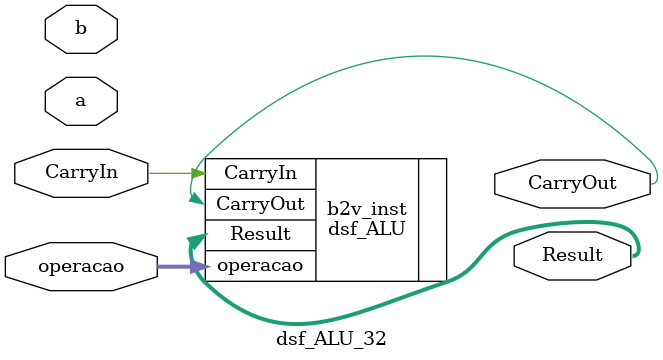
<source format=v>
module dsf_ALU_32 (
	input [32:0] a,
	input [32:0] b, 
	input CarryIn,
	input [1:0] operacao,
	output [32:0] Result,
	output CarryOut
);

	dsf_ALU #(.WIDTH(32)) b2v_inst
(
	.CarryIn (CarryIn),
	.CarryOut (CarryOut),
	.operacao (operacao),
	.Result (Result)
	
);

endmodule
</source>
